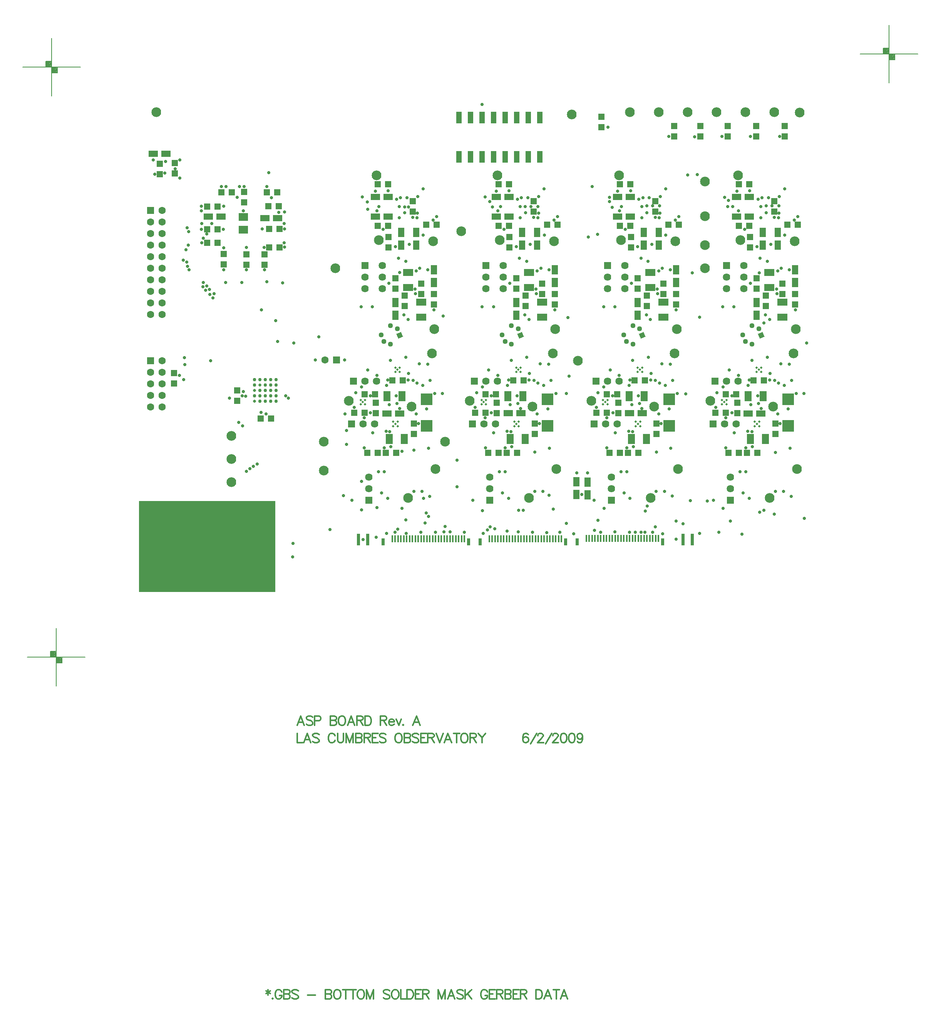
<source format=gbs>
%FSLAX23Y23*%
%MOIN*%
G70*
G01*
G75*
G04 Layer_Color=16711935*
%ADD10C,0.005*%
%ADD11R,0.050X0.050*%
%ADD12O,0.098X0.028*%
%ADD13R,0.036X0.036*%
%ADD14R,0.030X0.100*%
%ADD15R,0.014X0.060*%
%ADD16R,0.031X0.060*%
%ADD17R,0.048X0.078*%
%ADD18R,0.050X0.050*%
%ADD19O,0.033X0.008*%
%ADD20O,0.008X0.033*%
%ADD21R,0.228X0.228*%
%ADD22R,0.016X0.061*%
%ADD23R,0.074X0.062*%
%ADD24R,0.134X0.075*%
%ADD25O,0.028X0.098*%
%ADD26R,0.024X0.087*%
%ADD27R,0.061X0.016*%
%ADD28R,0.062X0.074*%
%ADD29O,0.012X0.083*%
%ADD30O,0.083X0.012*%
%ADD31R,0.014X0.049*%
%ADD32R,0.036X0.028*%
%ADD33O,0.061X0.010*%
%ADD34O,0.010X0.061*%
%ADD35R,0.045X0.017*%
%ADD36R,0.100X0.100*%
%ADD37C,0.040*%
%ADD38C,0.025*%
%ADD39C,0.010*%
%ADD40C,0.012*%
%ADD41R,1.181X0.787*%
%ADD42C,0.008*%
%ADD43C,0.012*%
%ADD44C,0.012*%
%ADD45C,0.050*%
%ADD46C,0.026*%
%ADD47P,0.057X4X247.5*%
%ADD48C,0.080*%
%ADD49C,0.020*%
%ADD50R,0.060X0.060*%
%ADD51C,0.060*%
%ADD52R,0.060X0.060*%
%ADD53C,0.059*%
%ADD54R,0.059X0.059*%
%ADD55R,0.059X0.059*%
%ADD56C,0.236*%
%ADD57C,0.024*%
%ADD58C,0.040*%
%ADD59C,0.100*%
%ADD60C,0.045*%
%ADD61C,0.033*%
%ADD62C,0.072*%
%ADD63C,0.030*%
%ADD64C,0.055*%
G04:AMPARAMS|DCode=65|XSize=95.433mil|YSize=95.433mil|CornerRadius=0mil|HoleSize=0mil|Usage=FLASHONLY|Rotation=0.000|XOffset=0mil|YOffset=0mil|HoleType=Round|Shape=Relief|Width=10mil|Gap=10mil|Entries=4|*
%AMTHD65*
7,0,0,0.095,0.075,0.010,45*
%
%ADD65THD65*%
G04:AMPARAMS|DCode=66|XSize=112mil|YSize=112mil|CornerRadius=0mil|HoleSize=0mil|Usage=FLASHONLY|Rotation=0.000|XOffset=0mil|YOffset=0mil|HoleType=Round|Shape=Relief|Width=10mil|Gap=10mil|Entries=4|*
%AMTHD66*
7,0,0,0.112,0.092,0.010,45*
%
%ADD66THD66*%
%ADD67C,0.138*%
G04:AMPARAMS|DCode=68|XSize=70mil|YSize=70mil|CornerRadius=0mil|HoleSize=0mil|Usage=FLASHONLY|Rotation=0.000|XOffset=0mil|YOffset=0mil|HoleType=Round|Shape=Relief|Width=10mil|Gap=10mil|Entries=4|*
%AMTHD68*
7,0,0,0.070,0.050,0.010,45*
%
%ADD68THD68*%
%ADD69C,0.030*%
G04:AMPARAMS|DCode=70|XSize=85mil|YSize=85mil|CornerRadius=0mil|HoleSize=0mil|Usage=FLASHONLY|Rotation=0.000|XOffset=0mil|YOffset=0mil|HoleType=Round|Shape=Relief|Width=10mil|Gap=10mil|Entries=4|*
%AMTHD70*
7,0,0,0.085,0.065,0.010,45*
%
%ADD70THD70*%
%ADD71R,0.078X0.048*%
%ADD72R,0.060X0.086*%
%ADD73R,0.086X0.060*%
%ADD74R,0.075X0.063*%
%ADD75R,0.044X0.096*%
%ADD76R,1.181X0.787*%
%ADD77C,0.010*%
%ADD78C,0.010*%
%ADD79C,0.008*%
%ADD80C,0.024*%
%ADD81C,0.004*%
%ADD82C,0.006*%
%ADD83C,0.007*%
%ADD84R,0.240X0.165*%
%ADD85R,0.074X0.062*%
%ADD86R,0.062X0.074*%
%ADD87R,1.181X0.787*%
%ADD88R,0.054X0.054*%
%ADD89O,0.102X0.032*%
%ADD90R,0.040X0.040*%
%ADD91R,0.052X0.082*%
%ADD92R,0.054X0.054*%
%ADD93O,0.037X0.012*%
%ADD94O,0.012X0.037*%
%ADD95R,0.232X0.232*%
%ADD96R,0.020X0.065*%
%ADD97R,0.078X0.066*%
%ADD98R,0.138X0.079*%
%ADD99O,0.032X0.102*%
%ADD100R,0.028X0.091*%
%ADD101R,0.065X0.020*%
%ADD102R,0.066X0.078*%
%ADD103O,0.016X0.087*%
%ADD104O,0.087X0.016*%
%ADD105R,0.018X0.053*%
%ADD106R,0.040X0.032*%
%ADD107O,0.065X0.014*%
%ADD108O,0.014X0.065*%
%ADD109R,0.049X0.021*%
%ADD110R,0.104X0.104*%
%ADD111C,0.120*%
%ADD112C,0.054*%
%ADD113C,0.030*%
%ADD114C,0.044*%
%ADD115P,0.062X4X247.5*%
%ADD116C,0.084*%
%ADD117R,0.064X0.064*%
%ADD118C,0.064*%
%ADD119R,0.064X0.064*%
%ADD120C,0.063*%
%ADD121R,0.063X0.063*%
%ADD122R,0.063X0.063*%
%ADD123C,0.240*%
%ADD124C,0.028*%
%ADD125R,0.082X0.052*%
%ADD126R,0.064X0.090*%
%ADD127R,0.090X0.064*%
%ADD128R,0.079X0.067*%
%ADD129R,0.048X0.100*%
D14*
X15642Y10245D02*
D03*
X15563D02*
D03*
X12832Y10244D02*
D03*
X12753D02*
D03*
D15*
X13670Y10253D02*
D03*
X13045D02*
D03*
X15350Y10254D02*
D03*
X15325D02*
D03*
X15300D02*
D03*
X15275D02*
D03*
X15250D02*
D03*
X15225D02*
D03*
X15200D02*
D03*
X15175D02*
D03*
X15150D02*
D03*
X15125D02*
D03*
X15100D02*
D03*
X15075D02*
D03*
X15050D02*
D03*
X15025D02*
D03*
X15000D02*
D03*
X14975D02*
D03*
X14950D02*
D03*
X14925D02*
D03*
X14900D02*
D03*
X14875D02*
D03*
X14850D02*
D03*
X14825D02*
D03*
X14800D02*
D03*
X14775D02*
D03*
X14750D02*
D03*
X14725D02*
D03*
X14510Y10253D02*
D03*
X14485D02*
D03*
X14460D02*
D03*
X14435D02*
D03*
X14410D02*
D03*
X14385D02*
D03*
X14360D02*
D03*
X14335D02*
D03*
X14310D02*
D03*
X14285D02*
D03*
X14260D02*
D03*
X14235D02*
D03*
X14210D02*
D03*
X14185D02*
D03*
X14160D02*
D03*
X14135D02*
D03*
X14110D02*
D03*
X14085D02*
D03*
X14060D02*
D03*
X14035D02*
D03*
X14010D02*
D03*
X13985D02*
D03*
X13960D02*
D03*
X13935D02*
D03*
X13910D02*
D03*
X13885D02*
D03*
X13645D02*
D03*
X13620D02*
D03*
X13595D02*
D03*
X13570D02*
D03*
X13545D02*
D03*
X13520D02*
D03*
X13495D02*
D03*
X13470D02*
D03*
X13445D02*
D03*
X13420D02*
D03*
X13395D02*
D03*
X13370D02*
D03*
X13345D02*
D03*
X13320D02*
D03*
X13295D02*
D03*
X13270D02*
D03*
X13245D02*
D03*
X13220D02*
D03*
X13195D02*
D03*
X13170D02*
D03*
X13145D02*
D03*
X13120D02*
D03*
X13095D02*
D03*
X13070D02*
D03*
D16*
X12967Y10226D02*
D03*
X13707D02*
D03*
X13807D02*
D03*
X14547D02*
D03*
X15387D02*
D03*
X14647D02*
D03*
D40*
X11970Y6352D02*
Y6306D01*
X11951Y6341D02*
X11989Y6318D01*
Y6341D02*
X11951Y6318D01*
X12009Y6280D02*
X12006Y6276D01*
X12009Y6272D01*
X12013Y6276D01*
X12009Y6280D01*
X12088Y6333D02*
X12084Y6341D01*
X12076Y6348D01*
X12069Y6352D01*
X12054D01*
X12046Y6348D01*
X12038Y6341D01*
X12035Y6333D01*
X12031Y6322D01*
Y6303D01*
X12035Y6291D01*
X12038Y6283D01*
X12046Y6276D01*
X12054Y6272D01*
X12069D01*
X12076Y6276D01*
X12084Y6283D01*
X12088Y6291D01*
Y6303D01*
X12069D02*
X12088D01*
X12106Y6352D02*
Y6272D01*
Y6352D02*
X12140D01*
X12152Y6348D01*
X12156Y6344D01*
X12159Y6337D01*
Y6329D01*
X12156Y6322D01*
X12152Y6318D01*
X12140Y6314D01*
X12106D02*
X12140D01*
X12152Y6310D01*
X12156Y6306D01*
X12159Y6299D01*
Y6287D01*
X12156Y6280D01*
X12152Y6276D01*
X12140Y6272D01*
X12106D01*
X12231Y6341D02*
X12223Y6348D01*
X12212Y6352D01*
X12196D01*
X12185Y6348D01*
X12177Y6341D01*
Y6333D01*
X12181Y6325D01*
X12185Y6322D01*
X12193Y6318D01*
X12215Y6310D01*
X12223Y6306D01*
X12227Y6303D01*
X12231Y6295D01*
Y6283D01*
X12223Y6276D01*
X12212Y6272D01*
X12196D01*
X12185Y6276D01*
X12177Y6283D01*
X12311Y6306D02*
X12380D01*
X12466Y6352D02*
Y6272D01*
Y6352D02*
X12501D01*
X12512Y6348D01*
X12516Y6344D01*
X12520Y6337D01*
Y6329D01*
X12516Y6322D01*
X12512Y6318D01*
X12501Y6314D01*
X12466D02*
X12501D01*
X12512Y6310D01*
X12516Y6306D01*
X12520Y6299D01*
Y6287D01*
X12516Y6280D01*
X12512Y6276D01*
X12501Y6272D01*
X12466D01*
X12561Y6352D02*
X12553Y6348D01*
X12545Y6341D01*
X12541Y6333D01*
X12538Y6322D01*
Y6303D01*
X12541Y6291D01*
X12545Y6283D01*
X12553Y6276D01*
X12561Y6272D01*
X12576D01*
X12583Y6276D01*
X12591Y6283D01*
X12595Y6291D01*
X12599Y6303D01*
Y6322D01*
X12595Y6333D01*
X12591Y6341D01*
X12583Y6348D01*
X12576Y6352D01*
X12561D01*
X12644D02*
Y6272D01*
X12617Y6352D02*
X12671D01*
X12707D02*
Y6272D01*
X12680Y6352D02*
X12733D01*
X12766D02*
X12758Y6348D01*
X12751Y6341D01*
X12747Y6333D01*
X12743Y6322D01*
Y6303D01*
X12747Y6291D01*
X12751Y6283D01*
X12758Y6276D01*
X12766Y6272D01*
X12781D01*
X12789Y6276D01*
X12796Y6283D01*
X12800Y6291D01*
X12804Y6303D01*
Y6322D01*
X12800Y6333D01*
X12796Y6341D01*
X12789Y6348D01*
X12781Y6352D01*
X12766D01*
X12823D02*
Y6272D01*
Y6352D02*
X12853Y6272D01*
X12884Y6352D02*
X12853Y6272D01*
X12884Y6352D02*
Y6272D01*
X13023Y6341D02*
X13015Y6348D01*
X13003Y6352D01*
X12988D01*
X12977Y6348D01*
X12969Y6341D01*
Y6333D01*
X12973Y6325D01*
X12977Y6322D01*
X12984Y6318D01*
X13007Y6310D01*
X13015Y6306D01*
X13019Y6303D01*
X13023Y6295D01*
Y6283D01*
X13015Y6276D01*
X13003Y6272D01*
X12988D01*
X12977Y6276D01*
X12969Y6283D01*
X13063Y6352D02*
X13056Y6348D01*
X13048Y6341D01*
X13044Y6333D01*
X13040Y6322D01*
Y6303D01*
X13044Y6291D01*
X13048Y6283D01*
X13056Y6276D01*
X13063Y6272D01*
X13079D01*
X13086Y6276D01*
X13094Y6283D01*
X13098Y6291D01*
X13101Y6303D01*
Y6322D01*
X13098Y6333D01*
X13094Y6341D01*
X13086Y6348D01*
X13079Y6352D01*
X13063D01*
X13120D02*
Y6272D01*
X13166D01*
X13174Y6352D02*
Y6272D01*
Y6352D02*
X13201D01*
X13213Y6348D01*
X13220Y6341D01*
X13224Y6333D01*
X13228Y6322D01*
Y6303D01*
X13224Y6291D01*
X13220Y6283D01*
X13213Y6276D01*
X13201Y6272D01*
X13174D01*
X13295Y6352D02*
X13246D01*
Y6272D01*
X13295D01*
X13246Y6314D02*
X13276D01*
X13309Y6352D02*
Y6272D01*
Y6352D02*
X13343D01*
X13354Y6348D01*
X13358Y6344D01*
X13362Y6337D01*
Y6329D01*
X13358Y6322D01*
X13354Y6318D01*
X13343Y6314D01*
X13309D01*
X13335D02*
X13362Y6272D01*
X13443Y6352D02*
Y6272D01*
Y6352D02*
X13473Y6272D01*
X13504Y6352D02*
X13473Y6272D01*
X13504Y6352D02*
Y6272D01*
X13587D02*
X13557Y6352D01*
X13526Y6272D01*
X13538Y6299D02*
X13576D01*
X13659Y6341D02*
X13652Y6348D01*
X13640Y6352D01*
X13625D01*
X13614Y6348D01*
X13606Y6341D01*
Y6333D01*
X13610Y6325D01*
X13614Y6322D01*
X13621Y6318D01*
X13644Y6310D01*
X13652Y6306D01*
X13656Y6303D01*
X13659Y6295D01*
Y6283D01*
X13652Y6276D01*
X13640Y6272D01*
X13625D01*
X13614Y6276D01*
X13606Y6283D01*
X13677Y6352D02*
Y6272D01*
X13731Y6352D02*
X13677Y6299D01*
X13696Y6318D02*
X13731Y6272D01*
X13868Y6333D02*
X13865Y6341D01*
X13857Y6348D01*
X13849Y6352D01*
X13834D01*
X13827Y6348D01*
X13819Y6341D01*
X13815Y6333D01*
X13811Y6322D01*
Y6303D01*
X13815Y6291D01*
X13819Y6283D01*
X13827Y6276D01*
X13834Y6272D01*
X13849D01*
X13857Y6276D01*
X13865Y6283D01*
X13868Y6291D01*
Y6303D01*
X13849D02*
X13868D01*
X13936Y6352D02*
X13887D01*
Y6272D01*
X13936D01*
X13887Y6314D02*
X13917D01*
X13950Y6352D02*
Y6272D01*
Y6352D02*
X13984D01*
X13995Y6348D01*
X13999Y6344D01*
X14003Y6337D01*
Y6329D01*
X13999Y6322D01*
X13995Y6318D01*
X13984Y6314D01*
X13950D01*
X13976D02*
X14003Y6272D01*
X14021Y6352D02*
Y6272D01*
Y6352D02*
X14055D01*
X14066Y6348D01*
X14070Y6344D01*
X14074Y6337D01*
Y6329D01*
X14070Y6322D01*
X14066Y6318D01*
X14055Y6314D01*
X14021D02*
X14055D01*
X14066Y6310D01*
X14070Y6306D01*
X14074Y6299D01*
Y6287D01*
X14070Y6280D01*
X14066Y6276D01*
X14055Y6272D01*
X14021D01*
X14142Y6352D02*
X14092D01*
Y6272D01*
X14142D01*
X14092Y6314D02*
X14122D01*
X14155Y6352D02*
Y6272D01*
Y6352D02*
X14189D01*
X14201Y6348D01*
X14204Y6344D01*
X14208Y6337D01*
Y6329D01*
X14204Y6322D01*
X14201Y6318D01*
X14189Y6314D01*
X14155D01*
X14182D02*
X14208Y6272D01*
X14289Y6352D02*
Y6272D01*
Y6352D02*
X14316D01*
X14327Y6348D01*
X14335Y6341D01*
X14338Y6333D01*
X14342Y6322D01*
Y6303D01*
X14338Y6291D01*
X14335Y6283D01*
X14327Y6276D01*
X14316Y6272D01*
X14289D01*
X14421D02*
X14391Y6352D01*
X14360Y6272D01*
X14372Y6299D02*
X14410D01*
X14466Y6352D02*
Y6272D01*
X14440Y6352D02*
X14493D01*
X14564Y6272D02*
X14533Y6352D01*
X14503Y6272D01*
X14514Y6299D02*
X14552D01*
D42*
X9847Y14333D02*
X10347D01*
X10097Y14083D02*
Y14583D01*
X10147Y14283D02*
Y14333D01*
X10097Y14283D02*
X10147D01*
X10047Y14333D02*
Y14383D01*
X10097D01*
X10052Y14338D02*
X10092D01*
X10052D02*
Y14378D01*
X10092D01*
Y14338D02*
Y14378D01*
X10057Y14343D02*
X10087D01*
X10057D02*
Y14373D01*
X10087D01*
Y14348D02*
Y14373D01*
X10062Y14348D02*
X10082D01*
X10062D02*
Y14368D01*
X10082D01*
Y14353D02*
Y14368D01*
X10067Y14353D02*
X10077D01*
X10067D02*
Y14363D01*
X10077D01*
Y14353D02*
Y14363D01*
X10067Y14358D02*
X10077D01*
X10102Y14288D02*
X10142D01*
X10102D02*
Y14328D01*
X10142D01*
Y14288D02*
Y14328D01*
X10107Y14293D02*
X10137D01*
X10107D02*
Y14323D01*
X10137D01*
Y14298D02*
Y14323D01*
X10112Y14298D02*
X10132D01*
X10112D02*
Y14318D01*
X10132D01*
Y14303D02*
Y14318D01*
X10117Y14303D02*
X10127D01*
X10117D02*
Y14313D01*
X10127D01*
Y14303D02*
Y14313D01*
X10117Y14308D02*
X10127D01*
X9885Y9227D02*
X10385D01*
X10135Y8977D02*
Y9477D01*
X10185Y9177D02*
Y9227D01*
X10135Y9177D02*
X10185D01*
X10085Y9227D02*
Y9277D01*
X10135D01*
X10090Y9232D02*
X10130D01*
X10090D02*
Y9272D01*
X10130D01*
Y9232D02*
Y9272D01*
X10095Y9237D02*
X10125D01*
X10095D02*
Y9267D01*
X10125D01*
Y9242D02*
Y9267D01*
X10100Y9242D02*
X10120D01*
X10100D02*
Y9262D01*
X10120D01*
Y9247D02*
Y9262D01*
X10105Y9247D02*
X10115D01*
X10105D02*
Y9257D01*
X10115D01*
Y9247D02*
Y9257D01*
X10105Y9252D02*
X10115D01*
X10140Y9182D02*
X10180D01*
X10140D02*
Y9222D01*
X10180D01*
Y9182D02*
Y9222D01*
X10145Y9187D02*
X10175D01*
X10145D02*
Y9217D01*
X10175D01*
Y9192D02*
Y9217D01*
X10150Y9192D02*
X10170D01*
X10150D02*
Y9212D01*
X10170D01*
Y9197D02*
Y9212D01*
X10155Y9197D02*
X10165D01*
X10155D02*
Y9207D01*
X10165D01*
Y9197D02*
Y9207D01*
X10155Y9202D02*
X10165D01*
X17097Y14446D02*
X17597D01*
X17347Y14196D02*
Y14696D01*
X17397Y14396D02*
Y14446D01*
X17347Y14396D02*
X17397D01*
X17297Y14446D02*
Y14496D01*
X17347D01*
X17302Y14451D02*
X17342D01*
X17302D02*
Y14491D01*
X17342D01*
Y14451D02*
Y14491D01*
X17307Y14456D02*
X17337D01*
X17307D02*
Y14486D01*
X17337D01*
Y14461D02*
Y14486D01*
X17312Y14461D02*
X17332D01*
X17312D02*
Y14481D01*
X17332D01*
Y14466D02*
Y14481D01*
X17317Y14466D02*
X17327D01*
X17317D02*
Y14476D01*
X17327D01*
Y14466D02*
Y14476D01*
X17317Y14471D02*
X17327D01*
X17352Y14401D02*
X17392D01*
X17352D02*
Y14441D01*
X17392D01*
Y14401D02*
Y14441D01*
X17357Y14406D02*
X17387D01*
X17357D02*
Y14436D01*
X17387D01*
Y14411D02*
Y14436D01*
X17362Y14411D02*
X17382D01*
X17362D02*
Y14431D01*
X17382D01*
Y14416D02*
Y14431D01*
X17367Y14416D02*
X17377D01*
X17367D02*
Y14426D01*
X17377D01*
Y14416D02*
Y14426D01*
X17367Y14421D02*
X17377D01*
D43*
X12223Y8569D02*
Y8489D01*
X12269D01*
X12339D02*
X12308Y8569D01*
X12278Y8489D01*
X12289Y8516D02*
X12327D01*
X12411Y8557D02*
X12403Y8565D01*
X12392Y8569D01*
X12376D01*
X12365Y8565D01*
X12357Y8557D01*
Y8550D01*
X12361Y8542D01*
X12365Y8538D01*
X12372Y8535D01*
X12395Y8527D01*
X12403Y8523D01*
X12407Y8519D01*
X12411Y8512D01*
Y8500D01*
X12403Y8493D01*
X12392Y8489D01*
X12376D01*
X12365Y8493D01*
X12357Y8500D01*
X12548Y8550D02*
X12545Y8557D01*
X12537Y8565D01*
X12529Y8569D01*
X12514D01*
X12507Y8565D01*
X12499Y8557D01*
X12495Y8550D01*
X12491Y8538D01*
Y8519D01*
X12495Y8508D01*
X12499Y8500D01*
X12507Y8493D01*
X12514Y8489D01*
X12529D01*
X12537Y8493D01*
X12545Y8500D01*
X12548Y8508D01*
X12571Y8569D02*
Y8512D01*
X12575Y8500D01*
X12582Y8493D01*
X12594Y8489D01*
X12601D01*
X12613Y8493D01*
X12620Y8500D01*
X12624Y8512D01*
Y8569D01*
X12646D02*
Y8489D01*
Y8569D02*
X12677Y8489D01*
X12707Y8569D02*
X12677Y8489D01*
X12707Y8569D02*
Y8489D01*
X12730Y8569D02*
Y8489D01*
Y8569D02*
X12764D01*
X12776Y8565D01*
X12780Y8561D01*
X12783Y8554D01*
Y8546D01*
X12780Y8538D01*
X12776Y8535D01*
X12764Y8531D01*
X12730D02*
X12764D01*
X12776Y8527D01*
X12780Y8523D01*
X12783Y8516D01*
Y8504D01*
X12780Y8496D01*
X12776Y8493D01*
X12764Y8489D01*
X12730D01*
X12801Y8569D02*
Y8489D01*
Y8569D02*
X12836D01*
X12847Y8565D01*
X12851Y8561D01*
X12855Y8554D01*
Y8546D01*
X12851Y8538D01*
X12847Y8535D01*
X12836Y8531D01*
X12801D01*
X12828D02*
X12855Y8489D01*
X12922Y8569D02*
X12873D01*
Y8489D01*
X12922D01*
X12873Y8531D02*
X12903D01*
X12989Y8557D02*
X12981Y8565D01*
X12970Y8569D01*
X12954D01*
X12943Y8565D01*
X12935Y8557D01*
Y8550D01*
X12939Y8542D01*
X12943Y8538D01*
X12951Y8535D01*
X12973Y8527D01*
X12981Y8523D01*
X12985Y8519D01*
X12989Y8512D01*
Y8500D01*
X12981Y8493D01*
X12970Y8489D01*
X12954D01*
X12943Y8493D01*
X12935Y8500D01*
X13092Y8569D02*
X13085Y8565D01*
X13077Y8557D01*
X13073Y8550D01*
X13069Y8538D01*
Y8519D01*
X13073Y8508D01*
X13077Y8500D01*
X13085Y8493D01*
X13092Y8489D01*
X13108D01*
X13115Y8493D01*
X13123Y8500D01*
X13127Y8508D01*
X13130Y8519D01*
Y8538D01*
X13127Y8550D01*
X13123Y8557D01*
X13115Y8565D01*
X13108Y8569D01*
X13092D01*
X13149D02*
Y8489D01*
Y8569D02*
X13183D01*
X13195Y8565D01*
X13199Y8561D01*
X13202Y8554D01*
Y8546D01*
X13199Y8538D01*
X13195Y8535D01*
X13183Y8531D01*
X13149D02*
X13183D01*
X13195Y8527D01*
X13199Y8523D01*
X13202Y8516D01*
Y8504D01*
X13199Y8496D01*
X13195Y8493D01*
X13183Y8489D01*
X13149D01*
X13274Y8557D02*
X13266Y8565D01*
X13255Y8569D01*
X13239D01*
X13228Y8565D01*
X13220Y8557D01*
Y8550D01*
X13224Y8542D01*
X13228Y8538D01*
X13236Y8535D01*
X13258Y8527D01*
X13266Y8523D01*
X13270Y8519D01*
X13274Y8512D01*
Y8500D01*
X13266Y8493D01*
X13255Y8489D01*
X13239D01*
X13228Y8493D01*
X13220Y8500D01*
X13341Y8569D02*
X13292D01*
Y8489D01*
X13341D01*
X13292Y8531D02*
X13322D01*
X13354Y8569D02*
Y8489D01*
Y8569D02*
X13389D01*
X13400Y8565D01*
X13404Y8561D01*
X13408Y8554D01*
Y8546D01*
X13404Y8538D01*
X13400Y8535D01*
X13389Y8531D01*
X13354D01*
X13381D02*
X13408Y8489D01*
X13426Y8569D02*
X13456Y8489D01*
X13487Y8569D02*
X13456Y8489D01*
X13558D02*
X13527Y8569D01*
X13497Y8489D01*
X13508Y8516D02*
X13546D01*
X13603Y8569D02*
Y8489D01*
X13576Y8569D02*
X13630D01*
X13662D02*
X13654Y8565D01*
X13647Y8557D01*
X13643Y8550D01*
X13639Y8538D01*
Y8519D01*
X13643Y8508D01*
X13647Y8500D01*
X13654Y8493D01*
X13662Y8489D01*
X13677D01*
X13685Y8493D01*
X13693Y8500D01*
X13696Y8508D01*
X13700Y8519D01*
Y8538D01*
X13696Y8550D01*
X13693Y8557D01*
X13685Y8565D01*
X13677Y8569D01*
X13662D01*
X13719D02*
Y8489D01*
Y8569D02*
X13753D01*
X13765Y8565D01*
X13768Y8561D01*
X13772Y8554D01*
Y8546D01*
X13768Y8538D01*
X13765Y8535D01*
X13753Y8531D01*
X13719D01*
X13746D02*
X13772Y8489D01*
X13790Y8569D02*
X13821Y8531D01*
Y8489D01*
X13851Y8569D02*
X13821Y8531D01*
X14221Y8557D02*
X14217Y8565D01*
X14206Y8569D01*
X14198D01*
X14187Y8565D01*
X14179Y8554D01*
X14176Y8535D01*
Y8516D01*
X14179Y8500D01*
X14187Y8493D01*
X14198Y8489D01*
X14202D01*
X14214Y8493D01*
X14221Y8500D01*
X14225Y8512D01*
Y8516D01*
X14221Y8527D01*
X14214Y8535D01*
X14202Y8538D01*
X14198D01*
X14187Y8535D01*
X14179Y8527D01*
X14176Y8516D01*
X14243Y8477D02*
X14296Y8569D01*
X14305Y8550D02*
Y8554D01*
X14309Y8561D01*
X14313Y8565D01*
X14320Y8569D01*
X14335D01*
X14343Y8565D01*
X14347Y8561D01*
X14351Y8554D01*
Y8546D01*
X14347Y8538D01*
X14339Y8527D01*
X14301Y8489D01*
X14355D01*
X14372Y8477D02*
X14426Y8569D01*
X14435Y8550D02*
Y8554D01*
X14439Y8561D01*
X14443Y8565D01*
X14450Y8569D01*
X14465D01*
X14473Y8565D01*
X14477Y8561D01*
X14481Y8554D01*
Y8546D01*
X14477Y8538D01*
X14469Y8527D01*
X14431Y8489D01*
X14484D01*
X14525Y8569D02*
X14514Y8565D01*
X14506Y8554D01*
X14502Y8535D01*
Y8523D01*
X14506Y8504D01*
X14514Y8493D01*
X14525Y8489D01*
X14533D01*
X14544Y8493D01*
X14552Y8504D01*
X14556Y8523D01*
Y8535D01*
X14552Y8554D01*
X14544Y8565D01*
X14533Y8569D01*
X14525D01*
X14596D02*
X14585Y8565D01*
X14577Y8554D01*
X14574Y8535D01*
Y8523D01*
X14577Y8504D01*
X14585Y8493D01*
X14596Y8489D01*
X14604D01*
X14615Y8493D01*
X14623Y8504D01*
X14627Y8523D01*
Y8535D01*
X14623Y8554D01*
X14615Y8565D01*
X14604Y8569D01*
X14596D01*
X14694Y8542D02*
X14690Y8531D01*
X14683Y8523D01*
X14671Y8519D01*
X14668D01*
X14656Y8523D01*
X14649Y8531D01*
X14645Y8542D01*
Y8546D01*
X14649Y8557D01*
X14656Y8565D01*
X14668Y8569D01*
X14671D01*
X14683Y8565D01*
X14690Y8557D01*
X14694Y8542D01*
Y8523D01*
X14690Y8504D01*
X14683Y8493D01*
X14671Y8489D01*
X14664D01*
X14652Y8493D01*
X14649Y8500D01*
D44*
X12284Y8639D02*
X12254Y8719D01*
X12223Y8639D01*
X12235Y8666D02*
X12273D01*
X12356Y8707D02*
X12348Y8715D01*
X12337Y8719D01*
X12322D01*
X12310Y8715D01*
X12303Y8707D01*
Y8700D01*
X12307Y8692D01*
X12310Y8688D01*
X12318Y8685D01*
X12341Y8677D01*
X12348Y8673D01*
X12352Y8669D01*
X12356Y8662D01*
Y8650D01*
X12348Y8643D01*
X12337Y8639D01*
X12322D01*
X12310Y8643D01*
X12303Y8650D01*
X12374Y8677D02*
X12408D01*
X12420Y8681D01*
X12424Y8685D01*
X12427Y8692D01*
Y8704D01*
X12424Y8711D01*
X12420Y8715D01*
X12408Y8719D01*
X12374D01*
Y8639D01*
X12508Y8719D02*
Y8639D01*
Y8719D02*
X12542D01*
X12554Y8715D01*
X12558Y8711D01*
X12561Y8704D01*
Y8696D01*
X12558Y8688D01*
X12554Y8685D01*
X12542Y8681D01*
X12508D02*
X12542D01*
X12554Y8677D01*
X12558Y8673D01*
X12561Y8666D01*
Y8654D01*
X12558Y8646D01*
X12554Y8643D01*
X12542Y8639D01*
X12508D01*
X12602Y8719D02*
X12595Y8715D01*
X12587Y8707D01*
X12583Y8700D01*
X12579Y8688D01*
Y8669D01*
X12583Y8658D01*
X12587Y8650D01*
X12595Y8643D01*
X12602Y8639D01*
X12617D01*
X12625Y8643D01*
X12633Y8650D01*
X12636Y8658D01*
X12640Y8669D01*
Y8688D01*
X12636Y8700D01*
X12633Y8707D01*
X12625Y8715D01*
X12617Y8719D01*
X12602D01*
X12720Y8639D02*
X12689Y8719D01*
X12659Y8639D01*
X12670Y8666D02*
X12708D01*
X12738Y8719D02*
Y8639D01*
Y8719D02*
X12773D01*
X12784Y8715D01*
X12788Y8711D01*
X12792Y8704D01*
Y8696D01*
X12788Y8688D01*
X12784Y8685D01*
X12773Y8681D01*
X12738D01*
X12765D02*
X12792Y8639D01*
X12810Y8719D02*
Y8639D01*
Y8719D02*
X12836D01*
X12848Y8715D01*
X12855Y8707D01*
X12859Y8700D01*
X12863Y8688D01*
Y8669D01*
X12859Y8658D01*
X12855Y8650D01*
X12848Y8643D01*
X12836Y8639D01*
X12810D01*
X12944Y8719D02*
Y8639D01*
Y8719D02*
X12978D01*
X12989Y8715D01*
X12993Y8711D01*
X12997Y8704D01*
Y8696D01*
X12993Y8688D01*
X12989Y8685D01*
X12978Y8681D01*
X12944D01*
X12970D02*
X12997Y8639D01*
X13015Y8669D02*
X13061D01*
Y8677D01*
X13057Y8685D01*
X13053Y8688D01*
X13045Y8692D01*
X13034D01*
X13026Y8688D01*
X13019Y8681D01*
X13015Y8669D01*
Y8662D01*
X13019Y8650D01*
X13026Y8643D01*
X13034Y8639D01*
X13045D01*
X13053Y8643D01*
X13061Y8650D01*
X13078Y8692D02*
X13101Y8639D01*
X13124Y8692D02*
X13101Y8639D01*
X13140Y8646D02*
X13137Y8643D01*
X13140Y8639D01*
X13144Y8643D01*
X13140Y8646D01*
X13285Y8639D02*
X13255Y8719D01*
X13224Y8639D01*
X13236Y8666D02*
X13274D01*
D46*
X11898Y11583D02*
D03*
X11851Y11536D02*
D03*
Y11441D02*
D03*
D49*
X16200Y11733D02*
D03*
Y11694D02*
D03*
X16220Y11714D02*
D03*
X16240Y11733D02*
D03*
Y11694D02*
D03*
X15900Y11453D02*
D03*
Y11414D02*
D03*
X15920Y11434D02*
D03*
X15940Y11453D02*
D03*
Y11414D02*
D03*
X16183Y11226D02*
D03*
X16223D02*
D03*
X16203Y11246D02*
D03*
X16183Y11265D02*
D03*
X16223D02*
D03*
X15169Y11733D02*
D03*
Y11694D02*
D03*
X15189Y11714D02*
D03*
X15208Y11733D02*
D03*
Y11694D02*
D03*
X14869Y11453D02*
D03*
Y11414D02*
D03*
X14889Y11434D02*
D03*
X14908Y11453D02*
D03*
Y11414D02*
D03*
X15152Y11226D02*
D03*
X15191D02*
D03*
X15172Y11246D02*
D03*
X15152Y11265D02*
D03*
X15191D02*
D03*
X14118Y11733D02*
D03*
Y11694D02*
D03*
X14137Y11714D02*
D03*
X14157Y11733D02*
D03*
Y11694D02*
D03*
X13818Y11453D02*
D03*
Y11414D02*
D03*
X13837Y11434D02*
D03*
X13857Y11453D02*
D03*
Y11414D02*
D03*
X14101Y11226D02*
D03*
X14140D02*
D03*
X14120Y11246D02*
D03*
X14101Y11265D02*
D03*
X14140D02*
D03*
X13071Y11733D02*
D03*
Y11694D02*
D03*
X13090Y11714D02*
D03*
X13110Y11733D02*
D03*
Y11694D02*
D03*
X12771Y11453D02*
D03*
Y11414D02*
D03*
X12790Y11434D02*
D03*
X12810Y11453D02*
D03*
Y11414D02*
D03*
X13054Y11226D02*
D03*
X13093D02*
D03*
X13073Y11246D02*
D03*
X13054Y11265D02*
D03*
X13093D02*
D03*
D87*
X11442Y10185D02*
D03*
D88*
X11701Y11536D02*
D03*
Y11446D02*
D03*
X11164Y13501D02*
D03*
Y13411D02*
D03*
X11034Y13406D02*
D03*
Y13496D02*
D03*
X15331Y11250D02*
D03*
Y11160D02*
D03*
X15001Y11340D02*
D03*
Y11430D02*
D03*
X15249Y12354D02*
D03*
Y12264D02*
D03*
X15169Y12414D02*
D03*
Y12504D02*
D03*
X15111Y12772D02*
D03*
Y12862D02*
D03*
X15321Y13172D02*
D03*
Y13082D02*
D03*
X15503Y12369D02*
D03*
Y12279D02*
D03*
X15393Y12369D02*
D03*
Y12459D02*
D03*
X14280Y11250D02*
D03*
Y11160D02*
D03*
X13950Y11340D02*
D03*
Y11430D02*
D03*
X14198Y12354D02*
D03*
Y12264D02*
D03*
X14118Y12414D02*
D03*
Y12504D02*
D03*
X14060Y12772D02*
D03*
Y12862D02*
D03*
X14270Y13172D02*
D03*
Y13082D02*
D03*
X14452Y12369D02*
D03*
Y12279D02*
D03*
X14342Y12369D02*
D03*
Y12459D02*
D03*
X12903Y11430D02*
D03*
Y11340D02*
D03*
X13233Y11160D02*
D03*
Y11250D02*
D03*
X13295Y12459D02*
D03*
Y12369D02*
D03*
X13151Y12264D02*
D03*
Y12354D02*
D03*
X13071Y12504D02*
D03*
Y12414D02*
D03*
X13405Y12279D02*
D03*
Y12369D02*
D03*
X13013Y12862D02*
D03*
Y12772D02*
D03*
X13223Y13082D02*
D03*
Y13172D02*
D03*
X16362Y11160D02*
D03*
Y11250D02*
D03*
X16032Y11430D02*
D03*
Y11340D02*
D03*
X16280Y12264D02*
D03*
Y12354D02*
D03*
X16200Y12504D02*
D03*
Y12414D02*
D03*
X16142Y12862D02*
D03*
Y12772D02*
D03*
X16352Y13082D02*
D03*
Y13172D02*
D03*
X16534Y12279D02*
D03*
Y12369D02*
D03*
X16424Y12459D02*
D03*
Y12369D02*
D03*
X11585Y12624D02*
D03*
Y12714D02*
D03*
X11939Y12622D02*
D03*
Y12712D02*
D03*
X11762Y13253D02*
D03*
Y13163D02*
D03*
X11782Y12623D02*
D03*
Y12713D02*
D03*
X11156Y11684D02*
D03*
Y11594D02*
D03*
X15950Y13733D02*
D03*
Y13823D02*
D03*
X15487Y13733D02*
D03*
Y13823D02*
D03*
X14857Y13811D02*
D03*
Y13901D02*
D03*
X16442Y13733D02*
D03*
Y13823D02*
D03*
X16196Y13733D02*
D03*
Y13823D02*
D03*
X15713Y13733D02*
D03*
Y13823D02*
D03*
D91*
X14639Y10634D02*
D03*
Y10744D02*
D03*
X15169Y12184D02*
D03*
Y12294D02*
D03*
X15351Y12792D02*
D03*
Y12902D02*
D03*
X15503Y12469D02*
D03*
Y12579D02*
D03*
X15221Y12792D02*
D03*
Y12902D02*
D03*
X14118Y12184D02*
D03*
Y12294D02*
D03*
X14300Y12792D02*
D03*
Y12902D02*
D03*
X14452Y12469D02*
D03*
Y12579D02*
D03*
X14170Y12792D02*
D03*
Y12902D02*
D03*
X13071Y12294D02*
D03*
Y12184D02*
D03*
X13405Y12579D02*
D03*
Y12469D02*
D03*
X13253Y12902D02*
D03*
Y12792D02*
D03*
X13123Y12902D02*
D03*
Y12792D02*
D03*
X16200Y12294D02*
D03*
Y12184D02*
D03*
X16382Y12902D02*
D03*
Y12792D02*
D03*
X16534Y12579D02*
D03*
Y12469D02*
D03*
X16252Y12902D02*
D03*
Y12792D02*
D03*
X14737Y10743D02*
D03*
Y10633D02*
D03*
D92*
X11906Y11291D02*
D03*
X11996D02*
D03*
X15143Y11623D02*
D03*
X15233D02*
D03*
X15176Y10995D02*
D03*
X15086D02*
D03*
X14926D02*
D03*
X15016D02*
D03*
X14903Y11503D02*
D03*
X14993D02*
D03*
X14903Y11343D02*
D03*
X14813D02*
D03*
X15526Y12967D02*
D03*
X15436D02*
D03*
X15016Y12957D02*
D03*
X15106D02*
D03*
X15016Y13317D02*
D03*
X15106D02*
D03*
X14092Y11623D02*
D03*
X14182D02*
D03*
X14125Y10995D02*
D03*
X14035D02*
D03*
X13875D02*
D03*
X13965D02*
D03*
X13852Y11503D02*
D03*
X13942D02*
D03*
X13852Y11343D02*
D03*
X13762D02*
D03*
X14475Y12967D02*
D03*
X14385D02*
D03*
X13965Y12957D02*
D03*
X14055D02*
D03*
X13965Y13317D02*
D03*
X14055D02*
D03*
X12715Y11343D02*
D03*
X12805D02*
D03*
X12895Y11503D02*
D03*
X12805D02*
D03*
X12918Y10995D02*
D03*
X12828D02*
D03*
X12988D02*
D03*
X13078D02*
D03*
X13135Y11623D02*
D03*
X13045D02*
D03*
X13338Y12967D02*
D03*
X13428D02*
D03*
X13008Y12957D02*
D03*
X12918D02*
D03*
X13008Y13317D02*
D03*
X12918D02*
D03*
X16264Y11623D02*
D03*
X16174D02*
D03*
X16117Y10995D02*
D03*
X16207D02*
D03*
X16047D02*
D03*
X15957D02*
D03*
X16024Y11503D02*
D03*
X15934D02*
D03*
X15844Y11343D02*
D03*
X15934D02*
D03*
X16467Y12967D02*
D03*
X16557D02*
D03*
X16137Y12957D02*
D03*
X16047D02*
D03*
X16137Y13317D02*
D03*
X16047D02*
D03*
X11443Y13126D02*
D03*
X11533D02*
D03*
X11444Y12813D02*
D03*
X11534D02*
D03*
X12070Y12773D02*
D03*
X11980D02*
D03*
X11444Y12930D02*
D03*
X11534D02*
D03*
X12062Y13127D02*
D03*
X11972D02*
D03*
X12068Y12931D02*
D03*
X11978D02*
D03*
X11566Y13250D02*
D03*
X11656D02*
D03*
X11960Y13249D02*
D03*
X12050D02*
D03*
D110*
X15441Y11230D02*
D03*
Y11460D02*
D03*
X14390Y11230D02*
D03*
Y11460D02*
D03*
X13343D02*
D03*
Y11230D02*
D03*
X16472Y11460D02*
D03*
Y11230D02*
D03*
D112*
X10969Y10500D02*
D03*
X11127D02*
D03*
X11284D02*
D03*
X11442D02*
D03*
X11599D02*
D03*
X11757D02*
D03*
X11914D02*
D03*
X10969Y10342D02*
D03*
X11127D02*
D03*
X11284D02*
D03*
X11442D02*
D03*
X11599D02*
D03*
X11757D02*
D03*
X11914D02*
D03*
X11284Y10185D02*
D03*
X11442D02*
D03*
X11599D02*
D03*
X10969Y10028D02*
D03*
X11127D02*
D03*
X11284D02*
D03*
X11442D02*
D03*
X11599D02*
D03*
X11757D02*
D03*
X11914D02*
D03*
Y9870D02*
D03*
X11757D02*
D03*
X11599D02*
D03*
X11442D02*
D03*
X11284D02*
D03*
X11127D02*
D03*
X10969D02*
D03*
D113*
X11851Y11630D02*
D03*
X11898D02*
D03*
X11946D02*
D03*
X11993D02*
D03*
X12040D02*
D03*
X11851Y11583D02*
D03*
X11946D02*
D03*
X11993D02*
D03*
X12040D02*
D03*
X11898Y11536D02*
D03*
X11946D02*
D03*
X11993D02*
D03*
X12040D02*
D03*
X11851Y11489D02*
D03*
X11898D02*
D03*
X11946D02*
D03*
X11993D02*
D03*
X12040D02*
D03*
Y11441D02*
D03*
X11993D02*
D03*
X11946D02*
D03*
X11898D02*
D03*
D114*
X13030Y11935D02*
D03*
X12974Y11958D02*
D03*
X12950Y12014D02*
D03*
X13030Y12094D02*
D03*
X13088Y12070D02*
D03*
X14135D02*
D03*
X14077Y12094D02*
D03*
X13997Y12014D02*
D03*
X14021Y11958D02*
D03*
X14077Y11935D02*
D03*
X15129D02*
D03*
X15073Y11958D02*
D03*
X15048Y12014D02*
D03*
X15129Y12094D02*
D03*
X15187Y12070D02*
D03*
X16218D02*
D03*
X16160Y12094D02*
D03*
X16080Y12014D02*
D03*
X16104Y11958D02*
D03*
X16160Y11935D02*
D03*
D115*
X13110Y12013D02*
D03*
X14157D02*
D03*
X15209D02*
D03*
X16240D02*
D03*
D116*
X16520Y11854D02*
D03*
X16550Y10854D02*
D03*
X16343Y11396D02*
D03*
X15800Y11444D02*
D03*
X16313Y10606D02*
D03*
X16540Y12064D02*
D03*
X16058Y12834D02*
D03*
X16528Y12824D02*
D03*
X16040Y13394D02*
D03*
X15489Y11854D02*
D03*
X15519Y10854D02*
D03*
X15312Y11396D02*
D03*
X14769Y11444D02*
D03*
X15282Y10606D02*
D03*
X15509Y12064D02*
D03*
X15027Y12834D02*
D03*
X15497Y12824D02*
D03*
X15009Y13394D02*
D03*
X14437Y11854D02*
D03*
X14467Y10854D02*
D03*
X14260Y11396D02*
D03*
X13717Y11444D02*
D03*
X14230Y10606D02*
D03*
X14457Y12064D02*
D03*
X13975Y12834D02*
D03*
X14445Y12824D02*
D03*
X13957Y13394D02*
D03*
X13390Y11854D02*
D03*
X13420Y10854D02*
D03*
X13213Y11396D02*
D03*
X12670Y11444D02*
D03*
X13183Y10606D02*
D03*
X13410Y12064D02*
D03*
X12928Y12834D02*
D03*
X13398Y12824D02*
D03*
X12910Y13394D02*
D03*
X11651Y11141D02*
D03*
X11651Y10941D02*
D03*
Y10741D02*
D03*
X13643Y12912D02*
D03*
X16571Y13939D02*
D03*
X14598Y13922D02*
D03*
X14651Y11791D02*
D03*
X11001Y13941D02*
D03*
X15601D02*
D03*
X16101D02*
D03*
X16351D02*
D03*
X15101D02*
D03*
X15851D02*
D03*
X15351D02*
D03*
X15751Y12591D02*
D03*
Y13041D02*
D03*
X15751Y13341D02*
D03*
X15751Y12791D02*
D03*
X13501Y11091D02*
D03*
X12451Y10841D02*
D03*
X12451Y11091D02*
D03*
X12551Y12591D02*
D03*
D117*
X15823Y11246D02*
D03*
X15840Y11614D02*
D03*
X14792Y11246D02*
D03*
X14809Y11614D02*
D03*
X13740Y11246D02*
D03*
X13757Y11614D02*
D03*
X12693Y11246D02*
D03*
X12710Y11614D02*
D03*
D118*
X15923Y11246D02*
D03*
X16023D02*
D03*
X15973Y10686D02*
D03*
Y10786D02*
D03*
X15940Y11614D02*
D03*
X16040D02*
D03*
X15940Y12514D02*
D03*
Y12414D02*
D03*
X16090D02*
D03*
Y12514D02*
D03*
Y12614D02*
D03*
X14892Y11246D02*
D03*
X14992D02*
D03*
X14942Y10686D02*
D03*
Y10786D02*
D03*
X14909Y11614D02*
D03*
X15009D02*
D03*
X14909Y12514D02*
D03*
Y12414D02*
D03*
X15059D02*
D03*
Y12514D02*
D03*
Y12614D02*
D03*
X13840Y11246D02*
D03*
X13940D02*
D03*
X13890Y10686D02*
D03*
Y10786D02*
D03*
X13857Y11614D02*
D03*
X13957D02*
D03*
X13857Y12514D02*
D03*
Y12414D02*
D03*
X14007D02*
D03*
Y12514D02*
D03*
Y12614D02*
D03*
X12793Y11246D02*
D03*
X12893D02*
D03*
X12843Y10686D02*
D03*
Y10786D02*
D03*
X12810Y11614D02*
D03*
X12910D02*
D03*
X12810Y12514D02*
D03*
Y12414D02*
D03*
X12960D02*
D03*
Y12514D02*
D03*
Y12614D02*
D03*
D119*
X15973Y10586D02*
D03*
X15940Y12614D02*
D03*
X14942Y10586D02*
D03*
X14909Y12614D02*
D03*
X13890Y10586D02*
D03*
X13857Y12614D02*
D03*
X12843Y10586D02*
D03*
X12810Y12614D02*
D03*
D120*
X11051Y11391D02*
D03*
X10951D02*
D03*
X11051Y11491D02*
D03*
X10951D02*
D03*
X11051Y11591D02*
D03*
X10951D02*
D03*
X11051Y11691D02*
D03*
X10951D02*
D03*
X11051Y11791D02*
D03*
Y13091D02*
D03*
X10951Y12991D02*
D03*
X11051D02*
D03*
X10951Y12891D02*
D03*
X11051D02*
D03*
X10951Y12791D02*
D03*
X11051D02*
D03*
X10951Y12691D02*
D03*
X11051D02*
D03*
X10951Y12591D02*
D03*
X11051D02*
D03*
X10951Y12491D02*
D03*
X11051D02*
D03*
X10951Y12391D02*
D03*
X11051D02*
D03*
X10951Y12291D02*
D03*
X11051D02*
D03*
X10951Y12191D02*
D03*
X11051D02*
D03*
X12464Y11800D02*
D03*
D121*
X10951Y11791D02*
D03*
Y13091D02*
D03*
D122*
X12564Y11800D02*
D03*
D123*
X11048Y10185D02*
D03*
X11835D02*
D03*
D124*
X16301Y13201D02*
D03*
X16281Y13131D02*
D03*
X16391D02*
D03*
X16331D02*
D03*
X15300D02*
D03*
X15360D02*
D03*
X15250D02*
D03*
X15270Y13201D02*
D03*
X14246Y13126D02*
D03*
X14306D02*
D03*
X14196D02*
D03*
X14218Y13201D02*
D03*
X13186Y13121D02*
D03*
X13151D02*
D03*
X13171Y13201D02*
D03*
X12408Y11999D02*
D03*
X11913Y12233D02*
D03*
X12051Y11958D02*
D03*
X12036Y12140D02*
D03*
X14797Y10326D02*
D03*
X14823Y12885D02*
D03*
X15871Y10307D02*
D03*
X15706Y10300D02*
D03*
X16632Y11946D02*
D03*
X16352Y10464D02*
D03*
X15504Y10405D02*
D03*
X16072Y10292D02*
D03*
X14850Y10309D02*
D03*
X10977Y13528D02*
D03*
X11268Y12941D02*
D03*
X11084Y13516D02*
D03*
X12911Y10521D02*
D03*
X15236Y10491D02*
D03*
X16226Y10481D02*
D03*
X16158Y11177D02*
D03*
X15127D02*
D03*
X14072D02*
D03*
X13024Y11177D02*
D03*
X14576Y11657D02*
D03*
X14742Y12862D02*
D03*
X14685Y10634D02*
D03*
X14642Y10823D02*
D03*
X14737D02*
D03*
X14497Y10307D02*
D03*
X15300D02*
D03*
X15501Y10248D02*
D03*
X15564Y10382D02*
D03*
X15772Y10579D02*
D03*
X15627Y10583D02*
D03*
X12791Y10246D02*
D03*
X12506Y10331D02*
D03*
X12181Y10096D02*
D03*
X12186Y10211D02*
D03*
X13606Y10931D02*
D03*
Y10701D02*
D03*
X12906Y10266D02*
D03*
X16610Y11509D02*
D03*
X16611Y10429D02*
D03*
X15585Y11506D02*
D03*
X14551Y11509D02*
D03*
Y10385D02*
D03*
X13893Y10356D02*
D03*
X13501Y10357D02*
D03*
X13478Y11507D02*
D03*
X13934Y10337D02*
D03*
X13130Y10515D02*
D03*
X14178Y10498D02*
D03*
X15253Y10536D02*
D03*
X16262Y10498D02*
D03*
X12649Y11068D02*
D03*
X12648Y11190D02*
D03*
X12637Y11332D02*
D03*
X14138Y10499D02*
D03*
X15150Y10307D02*
D03*
X15200Y10310D02*
D03*
X12786Y13208D02*
D03*
X13848Y13207D02*
D03*
X14925Y13206D02*
D03*
X15922Y13206D02*
D03*
X11481Y12977D02*
D03*
X11439Y12888D02*
D03*
X11410Y12853D02*
D03*
X12828Y13166D02*
D03*
X13890Y13168D02*
D03*
X14925D02*
D03*
X15956Y13180D02*
D03*
X12832Y13103D02*
D03*
X13911Y13121D02*
D03*
X14949Y13120D02*
D03*
X15950Y13125D02*
D03*
X12929D02*
D03*
X13984D02*
D03*
X15028D02*
D03*
X15993D02*
D03*
X11492Y12335D02*
D03*
X11501Y12372D02*
D03*
X11466Y12364D02*
D03*
X11462Y12408D02*
D03*
X11430Y12402D02*
D03*
X11438Y12437D02*
D03*
X11407Y12433D02*
D03*
X11408Y12467D02*
D03*
X10990Y13406D02*
D03*
X11167Y13452D02*
D03*
X11207Y13529D02*
D03*
Y13373D02*
D03*
X13094Y10336D02*
D03*
X13070Y10308D02*
D03*
X11075Y13414D02*
D03*
X11202Y11665D02*
D03*
X11236Y12663D02*
D03*
X11238Y11628D02*
D03*
X11266Y12645D02*
D03*
X11247Y11817D02*
D03*
X11272Y12607D02*
D03*
X11249Y11759D02*
D03*
X11287Y12577D02*
D03*
X14311Y13069D02*
D03*
X14445Y13009D02*
D03*
X14875Y12260D02*
D03*
X13945Y13258D02*
D03*
X14000Y10649D02*
D03*
X14079Y11047D02*
D03*
X14405Y11036D02*
D03*
X14240Y12798D02*
D03*
X14208Y12653D02*
D03*
X14146Y12677D02*
D03*
X14292Y12371D02*
D03*
X14288Y12411D02*
D03*
X14300Y12570D02*
D03*
X14153Y13029D02*
D03*
X14331Y12592D02*
D03*
X14154Y13126D02*
D03*
X14198Y13071D02*
D03*
X14270Y13031D02*
D03*
X14361Y12877D02*
D03*
X14475Y13038D02*
D03*
X14313Y13212D02*
D03*
X14360Y13279D02*
D03*
X14163Y13203D02*
D03*
X14128Y13187D02*
D03*
X14056Y13261D02*
D03*
X13960Y13088D02*
D03*
X14040Y11183D02*
D03*
X14319Y11247D02*
D03*
X13825Y11565D02*
D03*
X13775Y11515D02*
D03*
X13850Y11299D02*
D03*
X14024Y11039D02*
D03*
X13923Y11169D02*
D03*
X14023Y10833D02*
D03*
X13974Y10832D02*
D03*
X14272Y11622D02*
D03*
X14420Y11623D02*
D03*
X14228Y12148D02*
D03*
X14306Y11599D02*
D03*
X14043Y11578D02*
D03*
X14357Y11577D02*
D03*
X14461Y11507D02*
D03*
X14233Y11681D02*
D03*
X14327Y11766D02*
D03*
X14400Y11762D02*
D03*
X14075Y11796D02*
D03*
X14229Y11624D02*
D03*
X14278Y10662D02*
D03*
X14300Y11333D02*
D03*
X13879Y11712D02*
D03*
X13823Y12260D02*
D03*
X13921Y12258D02*
D03*
X14052Y10602D02*
D03*
X14066Y11411D02*
D03*
X14133Y11423D02*
D03*
X14210Y11821D02*
D03*
X13742Y10586D02*
D03*
X13958Y11666D02*
D03*
X14125Y11487D02*
D03*
X14118Y12780D02*
D03*
X14013Y12929D02*
D03*
X14305Y13030D02*
D03*
X14063Y12463D02*
D03*
X14155Y11379D02*
D03*
X13762Y11388D02*
D03*
X13903Y11341D02*
D03*
X13902Y11488D02*
D03*
X14391Y11375D02*
D03*
X13851Y11039D02*
D03*
X14052Y11624D02*
D03*
X15052Y10649D02*
D03*
X15131Y11047D02*
D03*
X15457Y11036D02*
D03*
X15292Y12798D02*
D03*
X15260Y12653D02*
D03*
X15198Y12677D02*
D03*
X15344Y12371D02*
D03*
X15340Y12411D02*
D03*
X15352Y12570D02*
D03*
X15205Y13029D02*
D03*
X15383Y12592D02*
D03*
X15205Y13126D02*
D03*
X15250Y13071D02*
D03*
X15321Y13031D02*
D03*
X15363Y13069D02*
D03*
X15413Y12877D02*
D03*
X15496Y13009D02*
D03*
X15526Y13038D02*
D03*
X15365Y13212D02*
D03*
X15412Y13279D02*
D03*
X15215Y13203D02*
D03*
X15180Y13187D02*
D03*
X15108Y13261D02*
D03*
X15011Y13088D02*
D03*
X15092Y11183D02*
D03*
X15371Y11247D02*
D03*
X14877Y11565D02*
D03*
X14826Y11515D02*
D03*
X14901Y11299D02*
D03*
X15076Y11039D02*
D03*
X14975Y11169D02*
D03*
X15075Y10833D02*
D03*
X15026Y10832D02*
D03*
X15324Y11622D02*
D03*
X15472Y11623D02*
D03*
X15358Y11599D02*
D03*
X15095Y11578D02*
D03*
X15409Y11577D02*
D03*
X15512Y11507D02*
D03*
X15285Y11681D02*
D03*
X15379Y11766D02*
D03*
X15452Y11762D02*
D03*
X15127Y11796D02*
D03*
X15281Y11624D02*
D03*
X15330Y10662D02*
D03*
X15352Y11333D02*
D03*
X14931Y11712D02*
D03*
X14973Y12258D02*
D03*
X15104Y10602D02*
D03*
X15118Y11411D02*
D03*
X15185Y11423D02*
D03*
X15262Y11821D02*
D03*
X14794Y10586D02*
D03*
X15010Y11666D02*
D03*
X15177Y11487D02*
D03*
X15170Y12780D02*
D03*
X14997Y13258D02*
D03*
X15504Y12231D02*
D03*
X15064Y12929D02*
D03*
X15357Y13030D02*
D03*
X15207Y11379D02*
D03*
X14814Y11388D02*
D03*
X14955Y11341D02*
D03*
X14954Y11488D02*
D03*
X15443Y11375D02*
D03*
X14902Y11039D02*
D03*
X15104Y11624D02*
D03*
X16083Y10649D02*
D03*
X16162Y11047D02*
D03*
X16488Y11036D02*
D03*
X16323Y12798D02*
D03*
X16291Y12653D02*
D03*
X16229Y12677D02*
D03*
X16375Y12371D02*
D03*
X16371Y12411D02*
D03*
X16383Y12570D02*
D03*
X16236Y13029D02*
D03*
X16414Y12592D02*
D03*
X16237Y13126D02*
D03*
X16281Y13071D02*
D03*
X16352Y13031D02*
D03*
X16394Y13069D02*
D03*
X16444Y12877D02*
D03*
X16527Y13009D02*
D03*
X16557Y13038D02*
D03*
X16396Y13212D02*
D03*
X16443Y13279D02*
D03*
X16246Y13203D02*
D03*
X16211Y13187D02*
D03*
X16139Y13261D02*
D03*
X16043Y13088D02*
D03*
X16123Y11183D02*
D03*
X16402Y11247D02*
D03*
X15908Y11565D02*
D03*
X15857Y11515D02*
D03*
X15933Y11299D02*
D03*
X16107Y11039D02*
D03*
X16006Y11169D02*
D03*
X16106Y10833D02*
D03*
X16057Y10832D02*
D03*
X16355Y11622D02*
D03*
X16503Y11623D02*
D03*
X16311Y12148D02*
D03*
X16389Y11599D02*
D03*
X16126Y11578D02*
D03*
X16440Y11577D02*
D03*
X16543Y11507D02*
D03*
X16316Y11681D02*
D03*
X16410Y11766D02*
D03*
X16483Y11762D02*
D03*
X16158Y11796D02*
D03*
X16312Y11624D02*
D03*
X16361Y10662D02*
D03*
X16383Y11333D02*
D03*
X15962Y11712D02*
D03*
X15906Y12260D02*
D03*
X16004Y12258D02*
D03*
X16135Y10602D02*
D03*
X16149Y11411D02*
D03*
X16216Y11423D02*
D03*
X16293Y11821D02*
D03*
X15825Y10586D02*
D03*
X16041Y11666D02*
D03*
X16208Y11487D02*
D03*
X16201Y12780D02*
D03*
X16484Y12578D02*
D03*
X16028Y13258D02*
D03*
X16535Y12231D02*
D03*
X16095Y12929D02*
D03*
X16388Y13030D02*
D03*
X16277Y12190D02*
D03*
X16238Y11379D02*
D03*
X15845Y11388D02*
D03*
X15986Y11341D02*
D03*
X15985Y11488D02*
D03*
X16474Y11375D02*
D03*
X15934Y11039D02*
D03*
X16135Y11624D02*
D03*
X13107Y13126D02*
D03*
X12855Y11488D02*
D03*
X13032Y11047D02*
D03*
X12977Y11039D02*
D03*
X12804Y11039D02*
D03*
X13099Y12677D02*
D03*
X12803Y11299D02*
D03*
X12778Y11565D02*
D03*
X12715Y11388D02*
D03*
X12728Y11515D02*
D03*
X12695Y10586D02*
D03*
X12927Y10832D02*
D03*
X12976Y10833D02*
D03*
X13231Y10662D02*
D03*
X12993Y11183D02*
D03*
X13108Y11379D02*
D03*
X13078Y11487D02*
D03*
X12876Y11169D02*
D03*
X13253Y11333D02*
D03*
X13272Y11247D02*
D03*
X13358Y11036D02*
D03*
X13344Y11375D02*
D03*
X12856Y11341D02*
D03*
X12953Y10649D02*
D03*
X13310Y11577D02*
D03*
X12996Y11578D02*
D03*
X13163Y11821D02*
D03*
X12832Y11712D02*
D03*
X13028Y11796D02*
D03*
X13182Y11624D02*
D03*
X13005D02*
D03*
X12911Y11666D02*
D03*
X13225Y11622D02*
D03*
X13373Y11623D02*
D03*
X13280Y11766D02*
D03*
X13353Y11762D02*
D03*
X13186Y11681D02*
D03*
X13241Y12411D02*
D03*
X13245Y12371D02*
D03*
X12776Y12260D02*
D03*
X12874Y12258D02*
D03*
X13147Y12190D02*
D03*
X13405Y12231D02*
D03*
X12960Y12614D02*
D03*
Y12414D02*
D03*
X12810D02*
D03*
X13086Y11423D02*
D03*
X13019Y11411D02*
D03*
X13106Y13029D02*
D03*
X13398Y13009D02*
D03*
X13222Y13031D02*
D03*
X13258Y13030D02*
D03*
X12965Y12929D02*
D03*
X13009Y13261D02*
D03*
X13266Y13212D02*
D03*
X13264Y13069D02*
D03*
X12913Y13088D02*
D03*
X13081Y13187D02*
D03*
X13116Y13203D02*
D03*
X13313Y13279D02*
D03*
X13428Y13038D02*
D03*
X13151Y13071D02*
D03*
X13314Y12877D02*
D03*
X12898Y13258D02*
D03*
X13071Y12780D02*
D03*
X13259Y11599D02*
D03*
X13193Y12798D02*
D03*
X13161Y12653D02*
D03*
X13414Y11507D02*
D03*
X16433Y10661D02*
D03*
X15402D02*
D03*
X14350D02*
D03*
X13303D02*
D03*
X16433D02*
D03*
X15402D02*
D03*
X14350D02*
D03*
X13303D02*
D03*
X16126Y11578D02*
D03*
X15095D02*
D03*
X14043D02*
D03*
X12996D02*
D03*
X11397Y12813D02*
D03*
X11393Y13127D02*
D03*
X11587D02*
D03*
X12778Y10502D02*
D03*
X13826Y10494D02*
D03*
X14439Y10509D02*
D03*
X14878Y10514D02*
D03*
X15908D02*
D03*
X13868Y10328D02*
D03*
X12778Y10750D02*
D03*
X12622Y10626D02*
D03*
X11875Y10897D02*
D03*
X11842Y10878D02*
D03*
X11812Y10858D02*
D03*
X11781Y10835D02*
D03*
X14825Y10413D02*
D03*
X13164Y10414D02*
D03*
X12096Y12466D02*
D03*
X12114Y12931D02*
D03*
X11763Y13300D02*
D03*
X11391Y12930D02*
D03*
X11782Y12577D02*
D03*
X13005Y10602D02*
D03*
X13315Y10603D02*
D03*
X13294Y10309D02*
D03*
X12995Y10297D02*
D03*
X13165Y10299D02*
D03*
X13419Y10309D02*
D03*
X13494Y10311D02*
D03*
D03*
X13545Y10313D02*
D03*
X13669Y10308D02*
D03*
X13831Y10297D02*
D03*
X14039Y10320D02*
D03*
X14135Y10311D02*
D03*
X14259Y10308D02*
D03*
X14384Y10305D02*
D03*
X14617Y10294D02*
D03*
X14974Y10312D02*
D03*
X15100Y10310D02*
D03*
X15233Y10309D02*
D03*
X15387Y10296D02*
D03*
X11473Y11791D02*
D03*
X11755Y11525D02*
D03*
X11939Y12580D02*
D03*
X11585D02*
D03*
X12112Y12774D02*
D03*
X12064Y13076D02*
D03*
X11757Y13090D02*
D03*
X11959Y13298D02*
D03*
X11565D02*
D03*
X15468Y10623D02*
D03*
X16499Y10618D02*
D03*
X14404Y10629D02*
D03*
X13368Y10619D02*
D03*
X13231Y11019D02*
D03*
X14279Y11003D02*
D03*
X15332Y11002D02*
D03*
X16361Y10997D02*
D03*
X11935Y12773D02*
D03*
X11783Y12771D02*
D03*
X11586Y12768D02*
D03*
X11583Y12930D02*
D03*
X11703Y13205D02*
D03*
X11999Y13201D02*
D03*
X11918Y12931D02*
D03*
X11723Y13297D02*
D03*
X11605Y13298D02*
D03*
X11977Y13417D02*
D03*
X12111Y13080D02*
D03*
X12108Y12979D02*
D03*
Y12813D02*
D03*
X11959Y12474D02*
D03*
X11742Y12468D02*
D03*
X11604Y12469D02*
D03*
X11280Y12792D02*
D03*
X11391Y13088D02*
D03*
X11395Y12977D02*
D03*
X12633Y11800D02*
D03*
X12378Y11799D02*
D03*
X12192Y11944D02*
D03*
X12146Y11467D02*
D03*
X12123Y11487D02*
D03*
X11954Y11333D02*
D03*
X15324Y10356D02*
D03*
X15972Y10405D02*
D03*
X15641Y12553D02*
D03*
X15453Y12578D02*
D03*
X15115Y12463D02*
D03*
X14401Y12578D02*
D03*
X13354D02*
D03*
X12810Y12614D02*
D03*
X13253Y12570D02*
D03*
X13284Y12592D02*
D03*
X13016Y12463D02*
D03*
X13109Y12554D02*
D03*
X16146Y12463D02*
D03*
X16221Y12553D02*
D03*
X15706Y12168D02*
D03*
X15246Y12190D02*
D03*
X15279Y12148D02*
D03*
X14566Y12166D02*
D03*
X14194Y12190D02*
D03*
X14452Y12231D02*
D03*
X13487Y12177D02*
D03*
X13181Y12148D02*
D03*
X16261Y12118D02*
D03*
X11910Y11344D02*
D03*
X11260Y12752D02*
D03*
X11282Y12909D02*
D03*
X11635Y11467D02*
D03*
X11775Y11485D02*
D03*
X11747Y11487D02*
D03*
X13339Y10474D02*
D03*
X13359Y10446D02*
D03*
X13330Y10387D02*
D03*
X11715Y11259D02*
D03*
X11750Y11227D02*
D03*
X11651Y10941D02*
D03*
X13128Y11008D02*
D03*
X15602Y13398D02*
D03*
X15686Y13402D02*
D03*
X14776Y13299D02*
D03*
X15438Y13732D02*
D03*
X16398D02*
D03*
X16146D02*
D03*
X15898D02*
D03*
X15662Y13728D02*
D03*
X14914Y13811D02*
D03*
X13824Y14008D02*
D03*
D125*
X10977Y13581D02*
D03*
X11087D02*
D03*
X15099Y11339D02*
D03*
X15209D02*
D03*
X14996Y13037D02*
D03*
X15106D02*
D03*
X14996Y13207D02*
D03*
X15106D02*
D03*
X14048Y11339D02*
D03*
X14158D02*
D03*
X13945Y13037D02*
D03*
X14055D02*
D03*
X13945Y13207D02*
D03*
X14055D02*
D03*
X13108Y11335D02*
D03*
X12998D02*
D03*
X13008Y13037D02*
D03*
X12898D02*
D03*
X13008Y13207D02*
D03*
X12898D02*
D03*
X16237Y11335D02*
D03*
X16127D02*
D03*
X16137Y13037D02*
D03*
X16027D02*
D03*
X16137Y13207D02*
D03*
X16027D02*
D03*
X12054Y13025D02*
D03*
X11944D02*
D03*
X11451Y13038D02*
D03*
X11561D02*
D03*
D126*
X15116Y11115D02*
D03*
X15246D02*
D03*
X15226Y11485D02*
D03*
X15096D02*
D03*
X14065Y11115D02*
D03*
X14195D02*
D03*
X14175Y11485D02*
D03*
X14045D02*
D03*
X12998D02*
D03*
X13128D02*
D03*
X13148Y11115D02*
D03*
X13018D02*
D03*
X16277D02*
D03*
X16147D02*
D03*
X16127Y11485D02*
D03*
X16257D02*
D03*
D127*
X15279Y12424D02*
D03*
Y12554D02*
D03*
X15393Y12299D02*
D03*
Y12169D02*
D03*
X14228Y12424D02*
D03*
Y12554D02*
D03*
X14342Y12299D02*
D03*
Y12169D02*
D03*
X13295D02*
D03*
Y12299D02*
D03*
X13181Y12554D02*
D03*
Y12424D02*
D03*
X16310Y12554D02*
D03*
Y12424D02*
D03*
X16424Y12169D02*
D03*
Y12299D02*
D03*
D128*
X11757Y12925D02*
D03*
Y13035D02*
D03*
D129*
X13622Y13894D02*
D03*
X13722D02*
D03*
X13822D02*
D03*
X13922D02*
D03*
X14022D02*
D03*
X14122D02*
D03*
X14222D02*
D03*
X14322D02*
D03*
X13722Y13555D02*
D03*
X13822D02*
D03*
X13922D02*
D03*
X14022D02*
D03*
X14122D02*
D03*
X14222D02*
D03*
X14322D02*
D03*
X13622D02*
D03*
M02*

</source>
